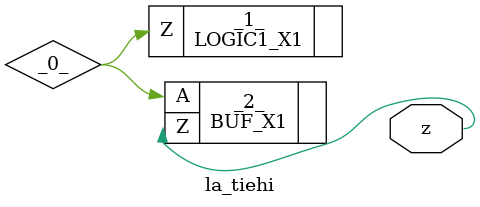
<source format=v>
/* Generated by Yosys 0.37 (git sha1 a5c7f69ed, clang 14.0.0-1ubuntu1.1 -fPIC -Os) */

module la_tiehi(z);
  wire _0_;
  output z;
  wire z;
  LOGIC1_X1 _1_ (
    .Z(_0_)
  );
  BUF_X1 _2_ (
    .A(_0_),
    .Z(z)
  );
endmodule

</source>
